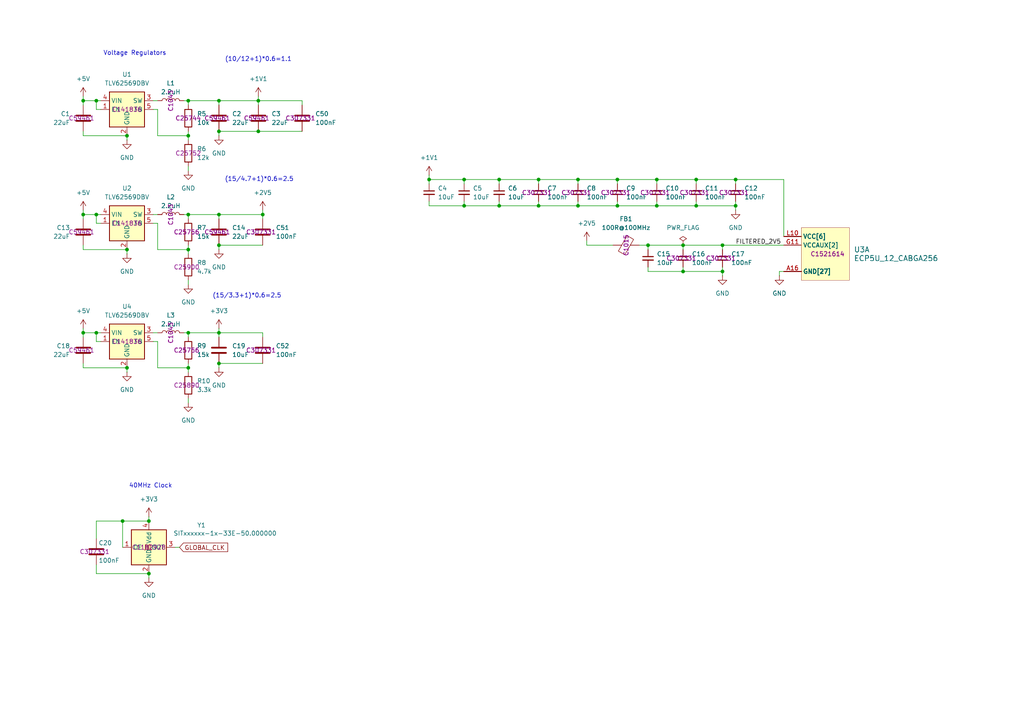
<source format=kicad_sch>
(kicad_sch (version 20250114) (generator "eeschema") (generator_version "9.0")
  (paper "A4")
  (title_block (title "Icepi zero") (date "2025-05-04") (rev "v1") (company "Chengyin Yao (cheyao)") (comment 1 "https://github.com/cheyao/icepi-zero"))
  (text "(15/4.7+1)*0.6=2.5" (at 75.184 52.07 0) (effects (font (size 1.27 1.27))))
  (text "(10/12+1)*0.6=1.1" (at 74.93 17.272 0) (effects (font (size 1.27 1.27))))
  (text "(15/3.3+1)*0.6=2.5" (at 71.628 85.852 0) (effects (font (size 1.27 1.27))))
  (text "40MHz Clock" (at 43.688 140.97 0) (effects (font (size 1.27 1.27))))
  (text "Voltage Regulators" (at 39.116 15.494 0) (effects (font (size 1.27 1.27))))
  (junction (at 209.55 71.12))
  (junction (at 63.5 38.1))
  (junction (at 54.61 72.39))
  (junction (at 54.61 106.68))
  (junction (at 213.36 52.07))
  (junction (at 201.93 52.07))
  (junction (at 27.94 62.23))
  (junction (at 167.64 52.07))
  (junction (at 43.18 151.13))
  (junction (at 74.93 29.21))
  (junction (at 35.56 151.13))
  (junction (at 63.5 29.21))
  (junction (at 74.93 38.1))
  (junction (at 179.07 59.69))
  (junction (at 190.5 59.69))
  (junction (at 27.94 29.21))
  (junction (at 54.61 39.37))
  (junction (at 24.13 29.21))
  (junction (at 63.5 96.52))
  (junction (at 36.83 39.37))
  (junction (at 27.94 96.52))
  (junction (at 190.5 52.07))
  (junction (at 198.12 71.12))
  (junction (at 144.78 59.69))
  (junction (at 201.93 59.69))
  (junction (at 187.96 71.12))
  (junction (at 63.5 71.12))
  (junction (at 124.46 52.07))
  (junction (at 134.62 59.69))
  (junction (at 167.64 59.69))
  (junction (at 54.61 96.52))
  (junction (at 36.83 106.68))
  (junction (at 63.5 62.23))
  (junction (at 76.2 62.23))
  (junction (at 63.5 105.41))
  (junction (at 24.13 96.52))
  (junction (at 43.18 166.37))
  (junction (at 134.62 52.07))
  (junction (at 179.07 52.07))
  (junction (at 209.55 78.74))
  (junction (at 36.83 72.39))
  (junction (at 198.12 78.74))
  (junction (at 156.21 52.07))
  (junction (at 144.78 52.07))
  (junction (at 24.13 62.23))
  (junction (at 213.36 59.69))
  (junction (at 156.21 59.69))
  (junction (at 54.61 29.21))
  (junction (at 54.61 62.23))
  (wire (pts (xy 27.94 29.21) (xy 27.94 31.75)))
  (wire (pts (xy 144.78 59.69) (xy 156.21 59.69)))
  (wire (pts (xy 227.33 78.74) (xy 226.06 78.74)))
  (wire (pts (xy 54.61 62.23) (xy 53.34 62.23)))
  (wire (pts (xy 134.62 52.07) (xy 124.46 52.07)))
  (wire (pts (xy 24.13 29.21) (xy 27.94 29.21)))
  (wire (pts (xy 167.64 59.69) (xy 167.64 58.42)))
  (wire (pts (xy 24.13 95.25) (xy 24.13 96.52)))
  (wire (pts (xy 24.13 29.21) (xy 24.13 30.48)))
  (wire (pts (xy 190.5 52.07) (xy 190.5 53.34)))
  (wire (pts (xy 35.56 158.75) (xy 35.56 151.13)))
  (wire (pts (xy 124.46 58.42) (xy 124.46 59.69)))
  (wire (pts (xy 54.61 39.37) (xy 45.72 39.37)))
  (wire (pts (xy 43.18 166.37) (xy 43.18 167.64)))
  (wire (pts (xy 54.61 96.52) (xy 63.5 96.52)))
  (wire (pts (xy 63.5 106.68) (xy 63.5 105.41)))
  (wire (pts (xy 54.61 62.23) (xy 63.5 62.23)))
  (wire (pts (xy 201.93 52.07) (xy 190.5 52.07)))
  (wire (pts (xy 213.36 52.07) (xy 201.93 52.07)))
  (wire (pts (xy 190.5 59.69) (xy 201.93 59.69)))
  (wire (pts (xy 209.55 72.39) (xy 209.55 71.12)))
  (wire (pts (xy 156.21 52.07) (xy 156.21 53.34)))
  (wire (pts (xy 24.13 38.1) (xy 24.13 39.37)))
  (wire (pts (xy 144.78 59.69) (xy 144.78 58.42)))
  (wire (pts (xy 198.12 78.74) (xy 209.55 78.74)))
  (wire (pts (xy 24.13 72.39) (xy 36.83 72.39)))
  (wire (pts (xy 54.61 97.79) (xy 54.61 96.52)))
  (wire (pts (xy 54.61 106.68) (xy 45.72 106.68)))
  (wire (pts (xy 63.5 63.5) (xy 63.5 62.23)))
  (wire (pts (xy 185.42 71.12) (xy 187.96 71.12)))
  (wire (pts (xy 27.94 96.52) (xy 29.21 96.52)))
  (wire (pts (xy 54.61 30.48) (xy 54.61 29.21)))
  (wire (pts (xy 54.61 96.52) (xy 53.34 96.52)))
  (wire (pts (xy 74.93 30.48) (xy 74.93 29.21)))
  (wire (pts (xy 63.5 39.37) (xy 63.5 38.1)))
  (wire (pts (xy 50.8 158.75) (xy 52.07 158.75)))
  (wire (pts (xy 76.2 96.52) (xy 63.5 96.52)))
  (wire (pts (xy 124.46 52.07) (xy 124.46 53.34)))
  (wire (pts (xy 74.93 38.1) (xy 87.63 38.1)))
  (wire (pts (xy 24.13 62.23) (xy 27.94 62.23)))
  (wire (pts (xy 179.07 59.69) (xy 190.5 59.69)))
  (wire (pts (xy 190.5 59.69) (xy 190.5 58.42)))
  (wire (pts (xy 179.07 52.07) (xy 179.07 53.34)))
  (wire (pts (xy 187.96 78.74) (xy 198.12 78.74)))
  (wire (pts (xy 74.93 27.94) (xy 74.93 29.21)))
  (wire (pts (xy 24.13 60.96) (xy 24.13 62.23)))
  (wire (pts (xy 198.12 78.74) (xy 198.12 77.47)))
  (wire (pts (xy 24.13 27.94) (xy 24.13 29.21)))
  (wire (pts (xy 124.46 59.69) (xy 134.62 59.69)))
  (wire (pts (xy 63.5 95.25) (xy 63.5 96.52)))
  (wire (pts (xy 63.5 71.12) (xy 76.2 71.12)))
  (wire (pts (xy 76.2 60.96) (xy 76.2 62.23)))
  (wire (pts (xy 226.06 78.74) (xy 226.06 80.01)))
  (wire (pts (xy 24.13 106.68) (xy 36.83 106.68)))
  (wire (pts (xy 227.33 52.07) (xy 227.33 68.58)))
  (wire (pts (xy 201.93 58.42) (xy 201.93 59.69)))
  (wire (pts (xy 213.36 59.69) (xy 213.36 58.42)))
  (wire (pts (xy 213.36 53.34) (xy 213.36 52.07)))
  (wire (pts (xy 144.78 52.07) (xy 156.21 52.07)))
  (wire (pts (xy 187.96 71.12) (xy 198.12 71.12)))
  (wire (pts (xy 54.61 115.57) (xy 54.61 116.84)))
  (wire (pts (xy 76.2 62.23) (xy 63.5 62.23)))
  (wire (pts (xy 54.61 38.1) (xy 54.61 39.37)))
  (wire (pts (xy 63.5 30.48) (xy 63.5 29.21)))
  (wire (pts (xy 209.55 71.12) (xy 227.33 71.12)))
  (wire (pts (xy 24.13 71.12) (xy 24.13 72.39)))
  (wire (pts (xy 36.83 72.39) (xy 36.83 73.66)))
  (wire (pts (xy 54.61 72.39) (xy 45.72 72.39)))
  (wire (pts (xy 54.61 29.21) (xy 63.5 29.21)))
  (wire (pts (xy 167.64 52.07) (xy 156.21 52.07)))
  (wire (pts (xy 179.07 52.07) (xy 190.5 52.07)))
  (wire (pts (xy 44.45 62.23) (xy 45.72 62.23)))
  (wire (pts (xy 27.94 62.23) (xy 29.21 62.23)))
  (wire (pts (xy 24.13 105.41) (xy 24.13 106.68)))
  (wire (pts (xy 27.94 156.21) (xy 27.94 151.13)))
  (wire (pts (xy 27.94 163.83) (xy 27.94 166.37)))
  (wire (pts (xy 87.63 29.21) (xy 87.63 30.48)))
  (wire (pts (xy 45.72 39.37) (xy 45.72 31.75)))
  (wire (pts (xy 63.5 97.79) (xy 63.5 96.52)))
  (wire (pts (xy 24.13 96.52) (xy 24.13 97.79)))
  (wire (pts (xy 144.78 52.07) (xy 144.78 53.34)))
  (wire (pts (xy 54.61 81.28) (xy 54.61 82.55)))
  (wire (pts (xy 27.94 62.23) (xy 27.94 64.77)))
  (wire (pts (xy 54.61 71.12) (xy 54.61 72.39)))
  (wire (pts (xy 54.61 72.39) (xy 54.61 73.66)))
  (wire (pts (xy 24.13 39.37) (xy 36.83 39.37)))
  (wire (pts (xy 187.96 71.12) (xy 187.96 72.39)))
  (wire (pts (xy 209.55 78.74) (xy 209.55 77.47)))
  (wire (pts (xy 124.46 50.8) (xy 124.46 52.07)))
  (wire (pts (xy 156.21 58.42) (xy 156.21 59.69)))
  (wire (pts (xy 45.72 106.68) (xy 45.72 99.06)))
  (wire (pts (xy 213.36 52.07) (xy 227.33 52.07)))
  (wire (pts (xy 27.94 96.52) (xy 27.94 99.06)))
  (wire (pts (xy 54.61 29.21) (xy 53.34 29.21)))
  (wire (pts (xy 54.61 39.37) (xy 54.61 40.64)))
  (wire (pts (xy 179.07 58.42) (xy 179.07 59.69)))
  (wire (pts (xy 36.83 39.37) (xy 36.83 40.64)))
  (wire (pts (xy 43.18 149.86) (xy 43.18 151.13)))
  (wire (pts (xy 27.94 166.37) (xy 43.18 166.37)))
  (wire (pts (xy 156.21 59.69) (xy 167.64 59.69)))
  (wire (pts (xy 27.94 64.77) (xy 29.21 64.77)))
  (wire (pts (xy 167.64 52.07) (xy 167.64 53.34)))
  (wire (pts (xy 44.45 29.21) (xy 45.72 29.21)))
  (wire (pts (xy 187.96 77.47) (xy 187.96 78.74)))
  (wire (pts (xy 54.61 63.5) (xy 54.61 62.23)))
  (wire (pts (xy 74.93 29.21) (xy 63.5 29.21)))
  (wire (pts (xy 24.13 62.23) (xy 24.13 63.5)))
  (wire (pts (xy 201.93 52.07) (xy 201.93 53.34)))
  (wire (pts (xy 134.62 52.07) (xy 144.78 52.07)))
  (wire (pts (xy 198.12 71.12) (xy 209.55 71.12)))
  (wire (pts (xy 134.62 52.07) (xy 134.62 53.34)))
  (wire (pts (xy 170.18 69.85) (xy 170.18 71.12)))
  (wire (pts (xy 44.45 96.52) (xy 45.72 96.52)))
  (wire (pts (xy 45.72 99.06) (xy 44.45 99.06)))
  (wire (pts (xy 45.72 31.75) (xy 44.45 31.75)))
  (wire (pts (xy 198.12 71.12) (xy 198.12 72.39)))
  (wire (pts (xy 63.5 72.39) (xy 63.5 71.12)))
  (wire (pts (xy 36.83 106.68) (xy 36.83 107.95)))
  (wire (pts (xy 27.94 151.13) (xy 35.56 151.13)))
  (wire (pts (xy 35.56 151.13) (xy 43.18 151.13)))
  (wire (pts (xy 74.93 38.1) (xy 63.5 38.1)))
  (wire (pts (xy 27.94 31.75) (xy 29.21 31.75)))
  (wire (pts (xy 167.64 59.69) (xy 179.07 59.69)))
  (wire (pts (xy 54.61 105.41) (xy 54.61 106.68)))
  (wire (pts (xy 179.07 52.07) (xy 167.64 52.07)))
  (wire (pts (xy 87.63 29.21) (xy 74.93 29.21)))
  (wire (pts (xy 209.55 78.74) (xy 209.55 80.01)))
  (wire (pts (xy 24.13 96.52) (xy 27.94 96.52)))
  (wire (pts (xy 27.94 29.21) (xy 29.21 29.21)))
  (wire (pts (xy 76.2 62.23) (xy 76.2 63.5)))
  (wire (pts (xy 54.61 106.68) (xy 54.61 107.95)))
  (wire (pts (xy 213.36 59.69) (xy 213.36 60.96)))
  (wire (pts (xy 45.72 72.39) (xy 45.72 64.77)))
  (wire (pts (xy 134.62 59.69) (xy 144.78 59.69)))
  (wire (pts (xy 134.62 59.69) (xy 134.62 58.42)))
  (wire (pts (xy 63.5 105.41) (xy 76.2 105.41)))
  (wire (pts (xy 170.18 71.12) (xy 177.8 71.12)))
  (wire (pts (xy 54.61 48.26) (xy 54.61 49.53)))
  (wire (pts (xy 45.72 64.77) (xy 44.45 64.77)))
  (wire (pts (xy 76.2 96.52) (xy 76.2 97.79)))
  (wire (pts (xy 201.93 59.69) (xy 213.36 59.69)))
  (wire (pts (xy 27.94 99.06) (xy 29.21 99.06)))
  (label "FILTERED_2V5" (at 213.36 71.12 0))
  (global_label "GLOBAL_CLK" (shape input) (at 52.07 158.75 0) (property "Intersheetrefs" "${INTERSHEET_REFS}" (effects (hide yes))))
  (symbol (lib_id "Device:FerriteBead") (at 181.61 71.12 90) (unit 1)
    (property "Reference" "FB1" (at 181.5592 63.5 90))
    (property "Value" "100R@100MHz" (at 181.5592 66.04 90))
    (property "Footprint" "Inductor_SMD:L_0805_2012Metric" (effects (hide yes)))
    (property "Description" "Ferrite bead" (effects (hide yes)))
    (property "LCSC Part #" "C1015" (at 181.61 71.12 0))
  )
  (symbol (lib_id "Device:C") (at 76.2 67.31 0) (unit 1)
    (property "Reference" "C51" (at 80.01 66.0399 0) (effects (justify left)))
    (property "Value" "100nF" (at 80.01 68.5799 0) (effects (justify left)))
    (property "Footprint" "Capacitor_SMD:C_0402_1005Metric" (effects (hide yes)))
    (property "Description" "Unpolarized capacitor" (effects (hide yes)))
    (property "LCSC Part #" "C307331 " (at 76.2 67.31 0))
  )
  (symbol (lib_id "Device:R") (at 54.61 44.45 0) (unit 1)
    (property "Reference" "R6" (at 57.15 43.1799 0) (effects (justify left)))
    (property "Value" "12k" (at 57.15 45.7199 0) (effects (justify left)))
    (property "Footprint" "Resistor_SMD:R_0402_1005Metric" (effects (hide yes)))
    (property "Description" "Resistor" (effects (hide yes)))
    (property "LCSC Part #" "C25752" (at 54.61 44.45 0))
  )
  (symbol (lib_id "Device:C_Small") (at 198.12 74.93 0) (unit 1)
    (property "Reference" "C16" (at 200.66 73.6662 0) (effects (justify left)))
    (property "Value" "100nF" (at 200.66 76.2062 0) (effects (justify left)))
    (property "Footprint" "Capacitor_SMD:C_0402_1005Metric" (effects (hide yes)))
    (property "Description" "Unpolarized capacitor, small symbol" (effects (hide yes)))
    (property "LCSC Part #" "C307331 " (at 198.12 74.93 0))
  )
  (symbol (lib_id "power:+2V5") (at 76.2 60.96 0) (unit 1)
    (property "Reference" "#PWR021" (effects (hide yes)))
    (property "Value" "+2V5" (at 76.2 55.88 0))
    (property "Description" "Power symbol creates a global label with name \"+2V5\"" (effects (hide yes)))
  )
  (symbol (lib_id "Device:L") (at 49.53 96.52 90) (unit 1)
    (property "Reference" "L3" (at 49.53 91.44 90))
    (property "Value" "2.2uH" (at 49.53 93.98 90))
    (property "Footprint" "Inductor_SMD:L_0805_2012Metric" (effects (hide yes)))
    (property "Description" "Inductor" (effects (hide yes)))
    (property "LCSC Part #" "C1043" (at 49.53 96.52 0))
  )
  (symbol (lib_id "Regulator_Switching:TLV62569DBV") (at 36.83 31.75 0) (unit 1)
    (property "Reference" "U1" (at 36.83 21.59 0))
    (property "Value" "TLV62569DBV" (at 36.83 24.13 0))
    (property "Footprint" "Package_TO_SOT_SMD:SOT-23-5" (effects (hide yes)))
    (property "Datasheet" "http://www.ti.com/lit/ds/symlink/tlv62569.pdf" (effects (hide yes)))
    (property "Description" "High Efficiency Synchronous Buck Converter, Adjustable Output 0.6V-5.5V, 2A, SOT-23-5" (effects (hide yes)))
    (property "LCSC Part #" "C141836" (at 36.83 31.75 0))
  )
  (symbol (lib_id "Device:R") (at 54.61 101.6 0) (unit 1)
    (property "Reference" "R9" (at 57.15 100.3299 0) (effects (justify left)))
    (property "Value" "15k" (at 57.15 102.8699 0) (effects (justify left)))
    (property "Footprint" "Resistor_SMD:R_0402_1005Metric" (effects (hide yes)))
    (property "Description" "Resistor" (effects (hide yes)))
    (property "LCSC Part #" "C25756 " (at 54.61 101.6 0))
  )
  (symbol (lib_id "Device:R") (at 54.61 34.29 0) (unit 1)
    (property "Reference" "R5" (at 57.15 33.0199 0) (effects (justify left)))
    (property "Value" "10k" (at 57.15 35.5599 0) (effects (justify left)))
    (property "Footprint" "Resistor_SMD:R_0402_1005Metric" (effects (hide yes)))
    (property "Description" "Resistor" (effects (hide yes)))
    (property "LCSC Part #" "C25744" (at 54.61 34.29 0))
  )
  (symbol (lib_id "Device:C_Small") (at 156.21 55.88 0) (unit 1)
    (property "Reference" "C7" (at 158.75 54.6162 0) (effects (justify left)))
    (property "Value" "100nF" (at 158.75 57.1562 0) (effects (justify left)))
    (property "Footprint" "Capacitor_SMD:C_0402_1005Metric" (effects (hide yes)))
    (property "Description" "Unpolarized capacitor, small symbol" (effects (hide yes)))
    (property "LCSC Part #" "C307331 " (at 156.21 55.88 0))
  )
  (symbol (lib_id "power:GND") (at 54.61 116.84 0) (unit 1)
    (property "Reference" "#PWR033" (effects (hide yes)))
    (property "Value" "GND" (at 54.61 121.92 0))
    (property "Description" "Power symbol creates a global label with name \"GND\" , ground" (effects (hide yes)))
  )
  (symbol (lib_id "Oscillator:SiT8008xx-1x-xxE") (at 43.18 158.75 0) (unit 1)
    (property "Reference" "Y1" (at 58.42 152.3298 0))
    (property "Value" "SITxxxxxx-1x-33E-50.000000" (at 65.278 154.686 0))
    (property "Footprint" "Oscillator:Oscillator_SMD_SiT_PQFN-4Pin_2.5x2.0mm" (effects (hide yes)))
    (property "Datasheet" "https://www.sitime.com/support/resource-library/datasheets/sit8008-datasheet" (effects (hide yes)))
    (property "Description" "SiTime Low Power Mems programmable oscillator, 1MHz to 110MHz, PQFN-4, 2.5x2.0mm (with output enable pin)" (effects (hide yes)))
    (property "LCSC Part #" "C1182928" (at 43.18 158.75 0))
  )
  (symbol (lib_id "Device:C_Small") (at 124.46 55.88 0) (unit 1)
    (property "Reference" "C4" (at 127 54.6162 0) (effects (justify left)))
    (property "Value" "10uF" (at 127 57.1562 0) (effects (justify left)))
    (property "Footprint" "Capacitor_SMD:C_0603_1608Metric" (effects (hide yes)))
    (property "Description" "Unpolarized capacitor, small symbol" (effects (hide yes)))
  )
  (symbol (lib_id "Regulator_Switching:TLV62569DBV") (at 36.83 64.77 0) (unit 1)
    (property "Reference" "U2" (at 36.83 54.61 0))
    (property "Value" "TLV62569DBV" (at 36.83 57.15 0))
    (property "Footprint" "Package_TO_SOT_SMD:SOT-23-5" (effects (hide yes)))
    (property "Datasheet" "http://www.ti.com/lit/ds/symlink/tlv62569.pdf" (effects (hide yes)))
    (property "Description" "High Efficiency Synchronous Buck Converter, Adjustable Output 0.6V-5.5V, 2A, SOT-23-5" (effects (hide yes)))
    (property "LCSC Part #" "C141836" (at 36.83 64.77 0))
  )
  (symbol (lib_id "power:GND") (at 54.61 82.55 0) (unit 1)
    (property "Reference" "#PWR028" (effects (hide yes)))
    (property "Value" "GND" (at 54.61 87.63 0))
    (property "Description" "Power symbol creates a global label with name \"GND\" , ground" (effects (hide yes)))
  )
  (symbol (lib_id "power:GND") (at 63.5 106.68 0) (unit 1)
    (property "Reference" "#PWR031" (effects (hide yes)))
    (property "Value" "GND" (at 63.5 111.76 0))
    (property "Description" "Power symbol creates a global label with name \"GND\" , ground" (effects (hide yes)))
  )
  (symbol (lib_id "power:GND") (at 63.5 39.37 0) (unit 1)
    (property "Reference" "#PWR016" (effects (hide yes)))
    (property "Value" "GND" (at 63.5 44.45 0))
    (property "Description" "Power symbol creates a global label with name \"GND\" , ground" (effects (hide yes)))
  )
  (symbol (lib_id "power:GND") (at 63.5 72.39 0) (unit 1)
    (property "Reference" "#PWR024" (effects (hide yes)))
    (property "Value" "GND" (at 63.5 77.47 0))
    (property "Description" "Power symbol creates a global label with name \"GND\" , ground" (effects (hide yes)))
  )
  (symbol (lib_id "power:+5V") (at 24.13 27.94 0) (unit 1)
    (property "Reference" "#PWR014" (effects (hide yes)))
    (property "Value" "+5V" (at 24.13 22.86 0))
    (property "Description" "Power symbol creates a global label with name \"+5V\"" (effects (hide yes)))
  )
  (symbol (lib_id "Device:R") (at 54.61 111.76 0) (unit 1)
    (property "Reference" "R10" (at 57.15 110.4899 0) (effects (justify left)))
    (property "Value" "3.3k" (at 57.15 113.0299 0) (effects (justify left)))
    (property "Footprint" "Resistor_SMD:R_0402_1005Metric" (effects (hide yes)))
    (property "Description" "Resistor" (effects (hide yes)))
    (property "LCSC Part #" "C25890 " (at 54.61 111.76 0))
  )
  (symbol (lib_id "Device:C_Small") (at 144.78 55.88 0) (unit 1)
    (property "Reference" "C6" (at 147.32 54.6162 0) (effects (justify left)))
    (property "Value" "10uF" (at 147.32 57.1562 0) (effects (justify left)))
    (property "Footprint" "Capacitor_SMD:C_0603_1608Metric" (effects (hide yes)))
    (property "Description" "Unpolarized capacitor, small symbol" (effects (hide yes)))
  )
  (symbol (lib_id "Device:L") (at 49.53 29.21 90) (unit 1)
    (property "Reference" "L1" (at 49.53 24.13 90))
    (property "Value" "2.2uH" (at 49.53 26.67 90))
    (property "Footprint" "Inductor_SMD:L_0805_2012Metric" (effects (hide yes)))
    (property "Description" "Inductor" (effects (hide yes)))
    (property "LCSC Part #" "C1043" (at 49.53 29.21 0))
  )
  (symbol (lib_id "Device:C") (at 24.13 67.31 0) (unit 1)
    (property "Reference" "C13" (at 20.32 66.0399 0) (effects (justify right)))
    (property "Value" "22uF" (at 20.32 68.5799 0) (effects (justify right)))
    (property "Footprint" "Capacitor_SMD:C_0603_1608Metric" (effects (hide yes)))
    (property "Description" "Unpolarized capacitor" (effects (hide yes)))
    (property "LCSC Part #" "C59461 " (at 24.13 67.31 0))
  )
  (symbol (lib_id "power:GND") (at 226.06 80.01 0) (unit 1)
    (property "Reference" "#PWR027" (effects (hide yes)))
    (property "Value" "GND" (at 226.06 85.09 0))
    (property "Description" "Power symbol creates a global label with name \"GND\" , ground" (effects (hide yes)))
  )
  (symbol (lib_id "power:PWR_FLAG") (at 198.12 71.12 0) (unit 1)
    (property "Reference" "#FLG01" (effects (hide yes)))
    (property "Value" "PWR_FLAG" (at 198.12 66.04 0))
    (property "Description" "Special symbol for telling ERC where power comes from" (effects (hide yes)))
  )
  (symbol (lib_id "Device:C_Small") (at 179.07 55.88 0) (unit 1)
    (property "Reference" "C9" (at 181.61 54.6162 0) (effects (justify left)))
    (property "Value" "100nF" (at 181.61 57.1562 0) (effects (justify left)))
    (property "Footprint" "Capacitor_SMD:C_0402_1005Metric" (effects (hide yes)))
    (property "Description" "Unpolarized capacitor, small symbol" (effects (hide yes)))
    (property "LCSC Part #" "C307331 " (at 179.07 55.88 0))
  )
  (symbol (lib_id "power:GND") (at 209.55 80.01 0) (unit 1)
    (property "Reference" "#PWR026" (effects (hide yes)))
    (property "Value" "GND" (at 209.55 85.09 0))
    (property "Description" "Power symbol creates a global label with name \"GND\" , ground" (effects (hide yes)))
  )
  (symbol (lib_id "power:GND") (at 36.83 73.66 0) (unit 1)
    (property "Reference" "#PWR025" (effects (hide yes)))
    (property "Value" "GND" (at 36.83 78.74 0))
    (property "Description" "Power symbol creates a global label with name \"GND\" , ground" (effects (hide yes)))
  )
  (symbol (lib_id "Device:C_Small") (at 213.36 55.88 0) (unit 1)
    (property "Reference" "C12" (at 215.9 54.6162 0) (effects (justify left)))
    (property "Value" "100nF" (at 215.9 57.1562 0) (effects (justify left)))
    (property "Footprint" "Capacitor_SMD:C_0402_1005Metric" (effects (hide yes)))
    (property "Description" "Unpolarized capacitor, small symbol" (effects (hide yes)))
    (property "LCSC Part #" "C307331 " (at 213.36 55.88 0))
  )
  (symbol (lib_id "power:GND") (at 36.83 40.64 0) (unit 1)
    (property "Reference" "#PWR017" (effects (hide yes)))
    (property "Value" "GND" (at 36.83 45.72 0))
    (property "Description" "Power symbol creates a global label with name \"GND\" , ground" (effects (hide yes)))
  )
  (symbol (lib_id "Device:C_Small") (at 134.62 55.88 0) (unit 1)
    (property "Reference" "C5" (at 137.16 54.6162 0) (effects (justify left)))
    (property "Value" "10uF" (at 137.16 57.1562 0) (effects (justify left)))
    (property "Footprint" "Capacitor_SMD:C_0603_1608Metric" (effects (hide yes)))
    (property "Description" "Unpolarized capacitor, small symbol" (effects (hide yes)))
  )
  (symbol (lib_id "power:+5V") (at 24.13 95.25 0) (unit 1)
    (property "Reference" "#PWR029" (effects (hide yes)))
    (property "Value" "+5V" (at 24.13 90.17 0))
    (property "Description" "Power symbol creates a global label with name \"+5V\"" (effects (hide yes)))
  )
  (symbol (lib_id "Device:C") (at 87.63 34.29 0) (unit 1)
    (property "Reference" "C50" (at 91.44 33.0199 0) (effects (justify left)))
    (property "Value" "100nF" (at 91.44 35.5599 0) (effects (justify left)))
    (property "Footprint" "Capacitor_SMD:C_0402_1005Metric" (effects (hide yes)))
    (property "Description" "Unpolarized capacitor" (effects (hide yes)))
    (property "LCSC Part #" "C307331 " (at 87.63 34.29 0))
  )
  (symbol (lib_id "power:GND") (at 43.18 167.64 0) (unit 1)
    (property "Reference" "#PWR035" (effects (hide yes)))
    (property "Value" "GND" (at 43.18 172.72 0))
    (property "Description" "Power symbol creates a global label with name \"GND\" , ground" (effects (hide yes)))
  )
  (symbol (lib_id "power:+1V1") (at 124.46 50.8 0) (unit 1)
    (property "Reference" "#PWR019" (effects (hide yes)))
    (property "Value" "+1V1" (at 124.46 45.72 0))
    (property "Description" "Power symbol creates a global label with name \"+1V1\"" (effects (hide yes)))
  )
  (symbol (lib_id "Device:C_Small") (at 187.96 74.93 0) (unit 1)
    (property "Reference" "C15" (at 190.5 73.6662 0) (effects (justify left)))
    (property "Value" "10uF" (at 190.5 76.2062 0) (effects (justify left)))
    (property "Footprint" "Capacitor_SMD:C_0603_1608Metric" (effects (hide yes)))
    (property "Description" "Unpolarized capacitor, small symbol" (effects (hide yes)))
  )
  (symbol (lib_id "Device:C") (at 63.5 101.6 0) (mirror y) (unit 1)
    (property "Reference" "C19" (at 67.31 100.3299 0) (effects (justify right)))
    (property "Value" "10uF" (at 67.31 102.8699 0) (effects (justify right)))
    (property "Footprint" "Capacitor_SMD:C_0603_1608Metric" (effects (hide yes)))
    (property "Description" "Unpolarized capacitor" (effects (hide yes)))
  )
  (symbol (lib_id "Device:C_Small") (at 201.93 55.88 0) (unit 1)
    (property "Reference" "C11" (at 204.47 54.6162 0) (effects (justify left)))
    (property "Value" "100nF" (at 204.47 57.1562 0) (effects (justify left)))
    (property "Footprint" "Capacitor_SMD:C_0402_1005Metric" (effects (hide yes)))
    (property "Description" "Unpolarized capacitor, small symbol" (effects (hide yes)))
    (property "LCSC Part #" "C307331 " (at 201.93 55.88 0))
  )
  (symbol (lib_id "power:+1V1") (at 74.93 27.94 0) (unit 1)
    (property "Reference" "#PWR015" (effects (hide yes)))
    (property "Value" "+1V1" (at 74.93 22.86 0))
    (property "Description" "Power symbol creates a global label with name \"+1V1\"" (effects (hide yes)))
  )
  (symbol (lib_id "power:+3V3") (at 43.18 149.86 0) (unit 1)
    (property "Reference" "#PWR034" (effects (hide yes)))
    (property "Value" "+3V3" (at 43.18 144.78 0))
    (property "Description" "Power symbol creates a global label with name \"+3V3\"" (effects (hide yes)))
  )
  (symbol (lib_id "Regulator_Switching:TLV62569DBV") (at 36.83 99.06 0) (unit 1)
    (property "Reference" "U4" (at 36.83 88.9 0))
    (property "Value" "TLV62569DBV" (at 36.83 91.44 0))
    (property "Footprint" "Package_TO_SOT_SMD:SOT-23-5" (effects (hide yes)))
    (property "Datasheet" "http://www.ti.com/lit/ds/symlink/tlv62569.pdf" (effects (hide yes)))
    (property "Description" "High Efficiency Synchronous Buck Converter, Adjustable Output 0.6V-5.5V, 2A, SOT-23-5" (effects (hide yes)))
    (property "LCSC Part #" "C141836" (at 36.83 99.06 0))
  )
  (symbol (lib_id "power:GND") (at 54.61 49.53 0) (unit 1)
    (property "Reference" "#PWR018" (effects (hide yes)))
    (property "Value" "GND" (at 54.61 54.61 0))
    (property "Description" "Power symbol creates a global label with name \"GND\" , ground" (effects (hide yes)))
  )
  (symbol (lib_id "Device:C") (at 24.13 101.6 0) (unit 1)
    (property "Reference" "C18" (at 20.32 100.3299 0) (effects (justify right)))
    (property "Value" "22uF" (at 20.32 102.8699 0) (effects (justify right)))
    (property "Footprint" "Capacitor_SMD:C_0603_1608Metric" (effects (hide yes)))
    (property "Description" "Unpolarized capacitor" (effects (hide yes)))
    (property "LCSC Part #" "C59461 " (at 24.13 101.6 0))
  )
  (symbol (lib_id "power:+2V5") (at 170.18 69.85 0) (unit 1)
    (property "Reference" "#PWR023" (effects (hide yes)))
    (property "Value" "+2V5" (at 170.18 64.77 0))
    (property "Description" "Power symbol creates a global label with name \"+2V5\"" (effects (hide yes)))
  )
  (symbol (lib_id "power:GND") (at 213.36 60.96 0) (unit 1)
    (property "Reference" "#PWR022" (effects (hide yes)))
    (property "Value" "GND" (at 213.36 66.04 0))
    (property "Description" "Power symbol creates a global label with name \"GND\" , ground" (effects (hide yes)))
  )
  (symbol (lib_id "Device:R") (at 54.61 67.31 0) (unit 1)
    (property "Reference" "R7" (at 57.15 66.0399 0) (effects (justify left)))
    (property "Value" "15k" (at 57.15 68.5799 0) (effects (justify left)))
    (property "Footprint" "Resistor_SMD:R_0402_1005Metric" (effects (hide yes)))
    (property "Description" "Resistor" (effects (hide yes)))
    (property "LCSC Part #" "C25756 " (at 54.61 67.31 0))
  )
  (symbol (lib_id "power:+5V") (at 24.13 60.96 0) (unit 1)
    (property "Reference" "#PWR020" (effects (hide yes)))
    (property "Value" "+5V" (at 24.13 55.88 0))
    (property "Description" "Power symbol creates a global label with name \"+5V\"" (effects (hide yes)))
  )
  (symbol (lib_id "josh:ECP5U_12_CABGA256") (at 240.03 73.66 0) (unit 1)
    (property "Reference" "U3" (at 247.65 72.3899 0) (effects (font (size 1.524 1.524)) (justify left)))
    (property "Value" "ECP5U_12_CABGA256" (at 247.65 74.9299 0) (effects (font (size 1.524 1.524)) (justify left)))
    (property "Footprint" "Package_BGA:BGA-256_14.0x14.0mm_Layout16x16_P0.8mm_Ball0.45mm_Pad0.32mm_NSMD" (effects (hide yes)))
    (property "Datasheet" "https://www.lcsc.com/datasheet/lcsc_datasheet_2411220131_Lattice-LFE5U-25F-6BG256C_C1521614.pdf" (effects (hide yes)))
    (property "LCSC Part #" "C1521614" (at 240.03 73.66 0))
  )
  (symbol (lib_id "Device:C_Small") (at 190.5 55.88 0) (unit 1)
    (property "Reference" "C10" (at 193.04 54.6162 0) (effects (justify left)))
    (property "Value" "100nF" (at 193.04 57.1562 0) (effects (justify left)))
    (property "Footprint" "Capacitor_SMD:C_0402_1005Metric" (effects (hide yes)))
    (property "Description" "Unpolarized capacitor, small symbol" (effects (hide yes)))
    (property "LCSC Part #" "C307331 " (at 190.5 55.88 0))
  )
  (symbol (lib_id "Device:C_Small") (at 167.64 55.88 0) (unit 1)
    (property "Reference" "C8" (at 170.18 54.6162 0) (effects (justify left)))
    (property "Value" "100nF" (at 170.18 57.1562 0) (effects (justify left)))
    (property "Footprint" "Capacitor_SMD:C_0402_1005Metric" (effects (hide yes)))
    (property "Description" "Unpolarized capacitor, small symbol" (effects (hide yes)))
    (property "LCSC Part #" "C307331 " (at 167.64 55.88 0))
  )
  (symbol (lib_id "Device:L") (at 49.53 62.23 90) (unit 1)
    (property "Reference" "L2" (at 49.53 57.15 90))
    (property "Value" "2.2uH" (at 49.53 59.69 90))
    (property "Footprint" "Inductor_SMD:L_0805_2012Metric" (effects (hide yes)))
    (property "Description" "Inductor" (effects (hide yes)))
    (property "LCSC Part #" "C1043" (at 49.53 62.23 0))
  )
  (symbol (lib_id "Device:C") (at 27.94 160.02 0) (unit 1)
    (property "Reference" "C20" (at 28.575 157.48 0) (effects (justify left)))
    (property "Value" "100nF" (at 28.575 162.56 0) (effects (justify left)))
    (property "Footprint" "Capacitor_SMD:C_0402_1005Metric" (effects (hide yes)))
    (property "LCSC Part #" "C307331 " (at 27.94 160.02 0))
  )
  (symbol (lib_id "Device:C_Small") (at 209.55 74.93 0) (unit 1)
    (property "Reference" "C17" (at 212.09 73.6662 0) (effects (justify left)))
    (property "Value" "100nF" (at 212.09 76.2062 0) (effects (justify left)))
    (property "Footprint" "Capacitor_SMD:C_0402_1005Metric" (effects (hide yes)))
    (property "Description" "Unpolarized capacitor, small symbol" (effects (hide yes)))
    (property "LCSC Part #" "C307331 " (at 209.55 74.93 0))
  )
  (symbol (lib_id "Device:C") (at 63.5 34.29 0) (mirror y) (unit 1)
    (property "Reference" "C2" (at 67.31 33.0199 0) (effects (justify right)))
    (property "Value" "22uF" (at 67.31 35.5599 0) (effects (justify right)))
    (property "Footprint" "Capacitor_SMD:C_0603_1608Metric" (effects (hide yes)))
    (property "Description" "Unpolarized capacitor" (effects (hide yes)))
    (property "LCSC Part #" "C59461 " (at 63.5 34.29 0))
  )
  (symbol (lib_id "power:GND") (at 36.83 107.95 0) (unit 1)
    (property "Reference" "#PWR032" (effects (hide yes)))
    (property "Value" "GND" (at 36.83 113.03 0))
    (property "Description" "Power symbol creates a global label with name \"GND\" , ground" (effects (hide yes)))
  )
  (symbol (lib_id "Device:C") (at 74.93 34.29 0) (mirror y) (unit 1)
    (property "Reference" "C3" (at 78.74 33.0199 0) (effects (justify right)))
    (property "Value" "22uF" (at 78.74 35.5599 0) (effects (justify right)))
    (property "Footprint" "Capacitor_SMD:C_0603_1608Metric" (effects (hide yes)))
    (property "Description" "Unpolarized capacitor" (effects (hide yes)))
    (property "LCSC Part #" "C59461 " (at 74.93 34.29 0))
  )
  (symbol (lib_id "Device:C") (at 76.2 101.6 0) (unit 1)
    (property "Reference" "C52" (at 80.01 100.3299 0) (effects (justify left)))
    (property "Value" "100nF" (at 80.01 102.8699 0) (effects (justify left)))
    (property "Footprint" "Capacitor_SMD:C_0402_1005Metric" (effects (hide yes)))
    (property "Description" "Unpolarized capacitor" (effects (hide yes)))
    (property "LCSC Part #" "C307331 " (at 76.2 101.6 0))
  )
  (symbol (lib_id "Device:C") (at 24.13 34.29 0) (unit 1)
    (property "Reference" "C1" (at 20.32 33.0199 0) (effects (justify right)))
    (property "Value" "22uF" (at 20.32 35.5599 0) (effects (justify right)))
    (property "Footprint" "Capacitor_SMD:C_0603_1608Metric" (effects (hide yes)))
    (property "Description" "Unpolarized capacitor" (effects (hide yes)))
    (property "LCSC Part #" "C59461 " (at 24.13 34.29 0))
  )
  (symbol (lib_id "Device:R") (at 54.61 77.47 0) (unit 1)
    (property "Reference" "R8" (at 57.15 76.1999 0) (effects (justify left)))
    (property "Value" "4.7k" (at 57.15 78.7399 0) (effects (justify left)))
    (property "Footprint" "Resistor_SMD:R_0402_1005Metric" (effects (hide yes)))
    (property "Description" "Resistor" (effects (hide yes)))
    (property "LCSC Part #" "C25900 " (at 54.61 77.47 0))
  )
  (symbol (lib_id "Device:C") (at 63.5 67.31 0) (mirror y) (unit 1)
    (property "Reference" "C14" (at 67.31 66.0399 0) (effects (justify right)))
    (property "Value" "22uF" (at 67.31 68.5799 0) (effects (justify right)))
    (property "Footprint" "Capacitor_SMD:C_0603_1608Metric" (effects (hide yes)))
    (property "Description" "Unpolarized capacitor" (effects (hide yes)))
    (property "LCSC Part #" "C59461 " (at 63.5 67.31 0))
  )
  (symbol (lib_id "power:+3V3") (at 63.5 95.25 0) (unit 1)
    (property "Reference" "#PWR030" (effects (hide yes)))
    (property "Value" "+3V3" (at 63.5 90.17 0))
    (property "Description" "Power symbol creates a global label with name \"+3V3\"" (effects (hide yes)))
  )
)
</source>
